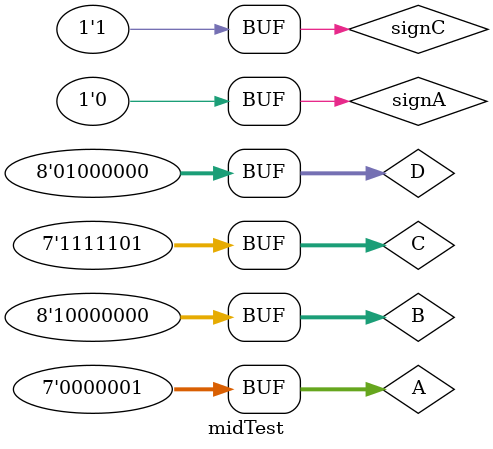
<source format=sv>
module midTest;
logic [6:0] A,C;
logic [7:0] B,D;
logic signA,signC;
logic [31:0] out;
 mid UUT(A,C,B,D,signA,signC,out);
 initial
 begin
 A=1;
 C=3;
 B= 8'b10000000;
 D= 8'b01000000;
 signA=0;
 signC=0;
 #10;
  A=-1;
 C=-3;
 B= 8'b10000000;
 D= 8'b01000000;
 signA=1;
 signC=1;
 #10;
  A=-1;
 C=3;
 B= 8'b10000000;
 D= 8'b01000000;
 signA=1;
 signC=0;
 #10;
 A=1;
 C=-3;
 B= 8'b10000000;
 D= 8'b01000000;
 signA=0;
 signC=1;
 end
 
 endmodule 
</source>
